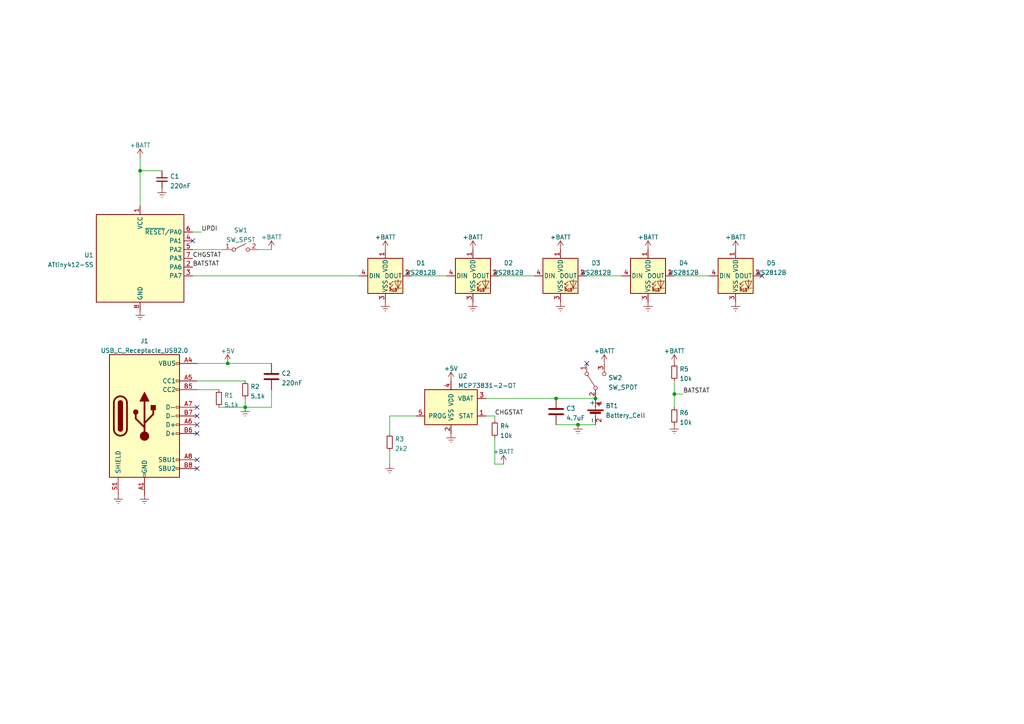
<source format=kicad_sch>
(kicad_sch (version 20211123) (generator eeschema)
  (paper "A4")
  (lib_symbols
    (symbol "Battery_Management:MCP73831-2-OT" (pin_names (offset 1.016))
      (property "Reference" "U" (at -7.62 6.35 0))
      (property "Value" "MCP73831-2-OT" (at 1.27 6.35 0))
      (symbol "MCP73831-2-OT_0_1"
        (rectangle (start -7.62 5.08) (end 7.62 -5.08) (stroke (width 0.254)) (fill (type background)))
      )
      (symbol "MCP73831-2-OT_1_1"
        (pin output line (at 10.16 -2.54 180) (length 2.54) (name "STAT") (number "1"))
        (pin power_in line (at 0 -7.62 90) (length 2.54) (name "VSS") (number "2"))
        (pin power_out line (at 10.16 2.54 180) (length 2.54) (name "VBAT") (number "3"))
        (pin power_in line (at 0 7.62 270) (length 2.54) (name "VDD") (number "4"))
        (pin input line (at -10.16 -2.54 0) (length 2.54) (name "PROG") (number "5"))
      )
    )
    (symbol "Connector:USB_C_Receptacle_USB2.0" (pin_names (offset 1.016))
      (property "Reference" "J" (at -10.16 19.05 0))
      (property "Value" "USB_C_Receptacle_USB2.0" (at 19.05 19.05 0))
      (symbol "USB_C_Receptacle_USB2.0_0_0"
        (rectangle (start -0.254 -17.78) (end 0.254 -16.764))
        (rectangle (start 10.16 -14.986) (end 9.144 -15.494))
        (rectangle (start 10.16 -12.446) (end 9.144 -12.954))
        (rectangle (start 10.16 -4.826) (end 9.144 -5.334))
        (rectangle (start 10.16 -2.286) (end 9.144 -2.794))
        (rectangle (start 10.16 0.254) (end 9.144 -0.254))
        (rectangle (start 10.16 2.794) (end 9.144 2.286))
        (rectangle (start 10.16 7.874) (end 9.144 7.366))
        (rectangle (start 10.16 10.414) (end 9.144 9.906))
        (rectangle (start 10.16 15.494) (end 9.144 14.986))
      )
      (symbol "USB_C_Receptacle_USB2.0_0_1"
        (rectangle (start -10.16 17.78) (end 10.16 -17.78) (stroke (width 0.254)) (fill (type background)))
        (arc (start -8.89 -3.81) (mid -6.985 -5.715) (end -5.08 -3.81) (stroke (width 0.508)))
        (arc (start -7.62 -3.81) (mid -6.985 -4.445) (end -6.35 -3.81) (stroke (width 0.254)))
        (arc (start -7.62 -3.81) (mid -6.985 -4.445) (end -6.35 -3.81) (stroke (width 0.254)) (fill (type outline)))
        (rectangle (start -7.62 -3.81) (end -6.35 3.81) (stroke (width 0.254)) (fill (type outline)))
        (arc (start -6.35 3.81) (mid -6.985 4.445) (end -7.62 3.81) (stroke (width 0.254)))
        (arc (start -6.35 3.81) (mid -6.985 4.445) (end -7.62 3.81) (stroke (width 0.254)) (fill (type outline)))
        (arc (start -5.08 3.81) (mid -6.985 5.715) (end -8.89 3.81) (stroke (width 0.508)))
        (circle (center -2.54 1.143) (radius 0.635) (stroke (width 0.254)) (fill (type outline)))
        (circle (center 0 -5.842) (radius 1.27) (fill (type outline)))
        (polyline (pts (xy -8.89 -3.81) (xy -8.89 3.81)) (stroke (width 0.508)))
        (polyline (pts (xy -5.08 3.81) (xy -5.08 -3.81)) (stroke (width 0.508)))
        (polyline (pts (xy 0 -5.842) (xy 0 4.318)) (stroke (width 0.508)))
        (polyline (pts (xy 0 -3.302) (xy -2.54 -0.762) (xy -2.54 0.508)) (stroke (width 0.508)))
        (polyline (pts (xy 0 -2.032) (xy 2.54 0.508) (xy 2.54 1.778)) (stroke (width 0.508)))
        (polyline (pts (xy -1.27 4.318) (xy 0 6.858) (xy 1.27 4.318) (xy -1.27 4.318)) (stroke (width 0.254)) (fill (type outline)))
        (rectangle (start 1.905 1.778) (end 3.175 3.048) (stroke (width 0.254)) (fill (type outline)))
      )
      (symbol "USB_C_Receptacle_USB2.0_1_1"
        (pin passive line (at 0 -22.86 90) (length 5.08) (name "GND") (number "A1"))
        (pin passive line (at 0 -22.86 90) (length 5.08) hide (name "GND") (number "A12"))
        (pin passive line (at 15.24 15.24 180) (length 5.08) (name "VBUS") (number "A4"))
        (pin bidirectional line (at 15.24 10.16 180) (length 5.08) (name "CC1") (number "A5"))
        (pin bidirectional line (at 15.24 -2.54 180) (length 5.08) (name "D+") (number "A6"))
        (pin bidirectional line (at 15.24 2.54 180) (length 5.08) (name "D-") (number "A7"))
        (pin bidirectional line (at 15.24 -12.7 180) (length 5.08) (name "SBU1") (number "A8"))
        (pin passive line (at 15.24 15.24 180) (length 5.08) hide (name "VBUS") (number "A9"))
        (pin passive line (at 0 -22.86 90) (length 5.08) hide (name "GND") (number "B1"))
        (pin passive line (at 0 -22.86 90) (length 5.08) hide (name "GND") (number "B12"))
        (pin passive line (at 15.24 15.24 180) (length 5.08) hide (name "VBUS") (number "B4"))
        (pin bidirectional line (at 15.24 7.62 180) (length 5.08) (name "CC2") (number "B5"))
        (pin bidirectional line (at 15.24 -5.08 180) (length 5.08) (name "D+") (number "B6"))
        (pin bidirectional line (at 15.24 0 180) (length 5.08) (name "D-") (number "B7"))
        (pin bidirectional line (at 15.24 -15.24 180) (length 5.08) (name "SBU2") (number "B8"))
        (pin passive line (at 15.24 15.24 180) (length 5.08) hide (name "VBUS") (number "B9"))
        (pin passive line (at -7.62 -22.86 90) (length 5.08) (name "SHIELD") (number "S1"))
      )
    )
    (symbol "Device:Battery_Cell" (pin_names (offset 0))
      (property "Reference" "BT" (at 2.54 2.54 0))
      (property "Value" "Battery_Cell" (at 2.54 0 0))
      (symbol "Battery_Cell_0_1"
        (rectangle (start -2.286 1.778) (end 2.286 1.524) (fill (type outline)))
        (rectangle (start -1.5748 1.1938) (end 1.4732 0.6858) (fill (type outline)))
        (polyline (pts (xy 0 0.762) (xy 0 0)))
        (polyline (pts (xy 0 1.778) (xy 0 2.54)))
        (polyline (pts (xy 0.508 3.429) (xy 1.524 3.429)) (stroke (width 0.254)))
        (polyline (pts (xy 1.016 3.937) (xy 1.016 2.921)) (stroke (width 0.254)))
      )
      (symbol "Battery_Cell_1_1"
        (pin passive line (at 0 5.08 270) (length 2.54) (name "+") (number "1"))
        (pin passive line (at 0 -2.54 90) (length 2.54) (name "-") (number "2"))
      )
    )
    (symbol "Device:C" (pin_numbers hide) (pin_names (offset 0.254))
      (property "Reference" "C" (at 0.635 2.54 0))
      (property "Value" "C" (at 0.635 -2.54 0))
      (symbol "C_0_1"
        (polyline (pts (xy -2.032 -0.762) (xy 2.032 -0.762)) (stroke (width 0.508)))
        (polyline (pts (xy -2.032 0.762) (xy 2.032 0.762)) (stroke (width 0.508)))
      )
      (symbol "C_1_1"
        (pin passive line (at 0 3.81 270) (length 2.794) (name "~") (number "1"))
        (pin passive line (at 0 -3.81 90) (length 2.794) (name "~") (number "2"))
      )
    )
    (symbol "Device:C_Small" (pin_numbers hide) (pin_names (offset 0.254) hide)
      (property "Reference" "C" (at 0.254 1.778 0))
      (property "Value" "C_Small" (at 0.254 -2.032 0))
      (symbol "C_Small_0_1"
        (polyline (pts (xy -1.524 -0.508) (xy 1.524 -0.508)) (stroke (width 0.3302)))
        (polyline (pts (xy -1.524 0.508) (xy 1.524 0.508)) (stroke (width 0.3048)))
      )
      (symbol "C_Small_1_1"
        (pin passive line (at 0 2.54 270) (length 2.032) (name "~") (number "1"))
        (pin passive line (at 0 -2.54 90) (length 2.032) (name "~") (number "2"))
      )
    )
    (symbol "Device:R_Small" (pin_numbers hide) (pin_names (offset 0.254) hide)
      (property "Reference" "R" (at 0.762 0.508 0))
      (property "Value" "R_Small" (at 0.762 -1.016 0))
      (symbol "R_Small_0_1"
        (rectangle (start -0.762 1.778) (end 0.762 -1.778) (stroke (width 0.2032)))
      )
      (symbol "R_Small_1_1"
        (pin passive line (at 0 2.54 270) (length 0.762) (name "~") (number "1"))
        (pin passive line (at 0 -2.54 90) (length 0.762) (name "~") (number "2"))
      )
    )
    (symbol "LED:WS2812B" (pin_names (offset 0.254))
      (property "Reference" "D" (at 5.08 5.715 0))
      (property "Value" "WS2812B" (at 1.27 -5.715 0))
      (symbol "WS2812B_0_0"
        (text "RGB" (at 2.286 -4.191 0) (effects (font (size 0.762 0.762))))
      )
      (symbol "WS2812B_0_1"
        (polyline (pts (xy 1.27 -3.556) (xy 1.778 -3.556)))
        (polyline (pts (xy 1.27 -2.54) (xy 1.778 -2.54)))
        (polyline (pts (xy 4.699 -3.556) (xy 2.667 -3.556)))
        (polyline (pts (xy 2.286 -2.54) (xy 1.27 -3.556) (xy 1.27 -3.048)))
        (polyline (pts (xy 2.286 -1.524) (xy 1.27 -2.54) (xy 1.27 -2.032)))
        (polyline (pts (xy 3.683 -1.016) (xy 3.683 -3.556) (xy 3.683 -4.064)))
        (polyline (pts (xy 4.699 -1.524) (xy 2.667 -1.524) (xy 3.683 -3.556) (xy 4.699 -1.524)))
        (rectangle (start 5.08 5.08) (end -5.08 -5.08) (stroke (width 0.254)) (fill (type background)))
      )
      (symbol "WS2812B_1_1"
        (pin power_in line (at 0 7.62 270) (length 2.54) (name "VDD") (number "1"))
        (pin output line (at 7.62 0 180) (length 2.54) (name "DOUT") (number "2"))
        (pin power_in line (at 0 -7.62 90) (length 2.54) (name "VSS") (number "3"))
        (pin input line (at -7.62 0 0) (length 2.54) (name "DIN") (number "4"))
      )
    )
    (symbol "MCU_Microchip_ATtiny:ATtiny412-SS"
      (property "Reference" "U" (at -12.7 13.97 0))
      (property "Value" "ATtiny412-SS" (at 2.54 -13.97 0))
      (symbol "ATtiny412-SS_0_1"
        (rectangle (start -12.7 -12.7) (end 12.7 12.7) (stroke (width 0.254)) (fill (type background)))
      )
      (symbol "ATtiny412-SS_1_1"
        (pin power_in line (at 0 15.24 270) (length 2.54) (name "VCC") (number "1"))
        (pin bidirectional line (at 15.24 -2.54 180) (length 2.54) (name "PA6") (number "2"))
        (pin bidirectional line (at 15.24 -5.08 180) (length 2.54) (name "PA7") (number "3"))
        (pin bidirectional line (at 15.24 5.08 180) (length 2.54) (name "PA1") (number "4"))
        (pin bidirectional line (at 15.24 2.54 180) (length 2.54) (name "PA2") (number "5"))
        (pin bidirectional line (at 15.24 7.62 180) (length 2.54) (name "~{RESET}/PA0") (number "6"))
        (pin bidirectional line (at 15.24 0 180) (length 2.54) (name "PA3") (number "7"))
        (pin power_in line (at 0 -15.24 90) (length 2.54) (name "GND") (number "8"))
      )
    )
    (symbol "Switch:SW_SPDT" (pin_names (offset 0) hide)
      (property "Reference" "SW" (at 0 4.318 0))
      (property "Value" "SW_SPDT" (at 0 -5.08 0))
      (symbol "SW_SPDT_0_0"
        (circle (center -2.032 0) (radius 0.508))
        (circle (center 2.032 -2.54) (radius 0.508))
      )
      (symbol "SW_SPDT_0_1"
        (polyline (pts (xy -1.524 0.254) (xy 1.651 2.286)))
        (circle (center 2.032 2.54) (radius 0.508))
      )
      (symbol "SW_SPDT_1_1"
        (pin passive line (at 5.08 2.54 180) (length 2.54) (name "A") (number "1"))
        (pin passive line (at -5.08 0 0) (length 2.54) (name "B") (number "2"))
        (pin passive line (at 5.08 -2.54 180) (length 2.54) (name "C") (number "3"))
      )
    )
    (symbol "Switch:SW_SPST" (pin_names (offset 0) hide)
      (property "Reference" "SW" (at 0 3.175 0))
      (property "Value" "SW_SPST" (at 0 -2.54 0))
      (symbol "SW_SPST_0_0"
        (circle (center -2.032 0) (radius 0.508))
        (polyline (pts (xy -1.524 0.254) (xy 1.524 1.778)))
        (circle (center 2.032 0) (radius 0.508))
      )
      (symbol "SW_SPST_1_1"
        (pin passive line (at -5.08 0 0) (length 2.54) (name "A") (number "1"))
        (pin passive line (at 5.08 0 180) (length 2.54) (name "B") (number "2"))
      )
    )
    (symbol "power:+5V" (power) (pin_names (offset 0))
      (property "Value" "+5V" (at 0 3.556 0))
      (symbol "+5V_0_1"
        (polyline (pts (xy -0.762 1.27) (xy 0 2.54)))
        (polyline (pts (xy 0 0) (xy 0 2.54)))
        (polyline (pts (xy 0 2.54) (xy 0.762 1.27)))
      )
      (symbol "+5V_1_1"
        (pin power_in line (at 0 0 90) (length 0) hide (name "+5V") (number "1"))
      )
    )
    (symbol "power:+BATT" (power) (pin_names (offset 0))
      (property "Value" "+BATT" (at 0 3.556 0))
      (symbol "+BATT_0_1"
        (polyline (pts (xy -0.762 1.27) (xy 0 2.54)))
        (polyline (pts (xy 0 0) (xy 0 2.54)))
        (polyline (pts (xy 0 2.54) (xy 0.762 1.27)))
      )
      (symbol "+BATT_1_1"
        (pin power_in line (at 0 0 90) (length 0) hide (name "+BATT") (number "1"))
      )
    )
    (symbol "power:Earth" (power) (pin_names (offset 0))
      (symbol "Earth_0_1"
        (polyline (pts (xy -0.635 -1.905) (xy 0.635 -1.905)))
        (polyline (pts (xy -0.127 -2.54) (xy 0.127 -2.54)))
        (polyline (pts (xy 0 -1.27) (xy 0 0)))
        (polyline (pts (xy 1.27 -1.27) (xy -1.27 -1.27)))
      )
      (symbol "Earth_1_1"
        (pin power_in line (at 0 0 270) (length 0) hide (name "Earth") (number "1"))
      )
    )
  )
  (junction (at 40.64 49.53))
  (junction (at 161.29 115.57))
  (junction (at 71.12 118.11))
  (junction (at 172.72 115.57))
  (junction (at 195.58 114.3))
  (junction (at 66.04 105.41))
  (junction (at 167.64 123.19))
  (no_connect (at 220.98 80.01))
  (no_connect (at 55.88 69.85))
  (no_connect (at 57.15 135.89))
  (no_connect (at 57.15 133.35))
  (no_connect (at 170.18 105.41))
  (no_connect (at 57.15 123.19))
  (no_connect (at 57.15 125.73))
  (no_connect (at 57.15 120.65))
  (no_connect (at 57.15 118.11))
  (wire (pts (xy 78.74 113.03) (xy 78.74 118.11)))
  (wire (pts (xy 55.88 67.31) (xy 58.42 67.31)))
  (wire (pts (xy 57.15 113.03) (xy 63.5 113.03)))
  (wire (pts (xy 40.64 49.53) (xy 46.99 49.53)))
  (wire (pts (xy 167.64 123.19) (xy 172.72 123.19)))
  (wire (pts (xy 113.03 120.65) (xy 120.65 120.65)))
  (wire (pts (xy 146.05 134.62) (xy 143.51 134.62)))
  (wire (pts (xy 143.51 134.62) (xy 143.51 127)))
  (wire (pts (xy 119.38 80.01) (xy 129.54 80.01)))
  (wire (pts (xy 113.03 130.81) (xy 113.03 134.62)))
  (wire (pts (xy 161.29 115.57) (xy 172.72 115.57)))
  (wire (pts (xy 71.12 118.11) (xy 71.12 115.57)))
  (wire (pts (xy 161.29 123.19) (xy 167.64 123.19)))
  (wire (pts (xy 78.74 118.11) (xy 71.12 118.11)))
  (wire (pts (xy 144.78 80.01) (xy 154.94 80.01)))
  (wire (pts (xy 170.18 80.01) (xy 180.34 80.01)))
  (wire (pts (xy 57.15 110.49) (xy 71.12 110.49)))
  (wire (pts (xy 66.04 105.41) (xy 57.15 105.41)))
  (wire (pts (xy 140.97 115.57) (xy 161.29 115.57)))
  (wire (pts (xy 113.03 125.73) (xy 113.03 120.65)))
  (wire (pts (xy 195.58 80.01) (xy 205.74 80.01)))
  (wire (pts (xy 55.88 80.01) (xy 104.14 80.01)))
  (wire (pts (xy 195.58 114.3) (xy 195.58 118.11)))
  (wire (pts (xy 66.04 105.41) (xy 78.74 105.41)))
  (wire (pts (xy 195.58 110.49) (xy 195.58 114.3)))
  (wire (pts (xy 74.93 72.39) (xy 78.74 72.39)))
  (wire (pts (xy 55.88 72.39) (xy 64.77 72.39)))
  (wire (pts (xy 63.5 118.11) (xy 71.12 118.11)))
  (wire (pts (xy 40.64 45.72) (xy 40.64 49.53)))
  (wire (pts (xy 143.51 120.65) (xy 143.51 121.92)))
  (wire (pts (xy 195.58 114.3) (xy 198.12 114.3)))
  (wire (pts (xy 40.64 49.53) (xy 40.64 59.69)))
  (wire (pts (xy 140.97 120.65) (xy 143.51 120.65)))
  (label "BATSTAT" (at 55.88 77.47 0))
  (label "UPDI" (at 58.42 67.31 0))
  (label "CHGSTAT" (at 55.88 74.93 0))
  (label "BATSTAT" (at 198.12 114.3 0))
  (label "CHGSTAT" (at 143.51 120.65 0))
  (symbol (lib_id "power:Earth") (at 137.16 87.63 0) (unit 1)
    (property "Reference" "#PWR0116" (effects hide))
    (property "Value" "Earth" (effects hide))
  )
  (symbol (lib_id "power:+BATT") (at 78.74 72.39 0) (unit 1)
    (property "Reference" "#PWR0113" (effects hide))
    (property "Value" "+BATT" (at 78.74 68.7855 0))
  )
  (symbol (lib_id "power:+5V") (at 130.81 110.49 0) (unit 1)
    (property "Reference" "#PWR0119" (effects hide))
    (property "Value" "+5V" (at 130.81 106.8855 0))
  )
  (symbol (lib_id "power:Earth") (at 162.56 87.63 0) (unit 1)
    (property "Reference" "#PWR0101" (effects hide))
    (property "Value" "Earth" (effects hide))
  )
  (symbol (lib_id "power:Earth") (at 40.64 90.17 0) (unit 1)
    (property "Reference" "#PWR0111" (effects hide))
    (property "Value" "Earth" (effects hide))
  )
  (symbol (lib_id "Device:Battery_Cell") (at 172.72 120.65 0) (unit 1)
    (property "Reference" "BT1" (at 175.641 117.7095 0) (effects (justify left)))
    (property "Value" "Battery_Cell" (at 175.641 120.4846 0) (effects (justify left)))
    (property "Footprint" "Adams:CB-18650-PC2" (effects hide))
  )
  (symbol (lib_id "power:+BATT") (at 137.16 72.39 0) (unit 1)
    (property "Reference" "#PWR0103" (effects hide))
    (property "Value" "+BATT" (at 137.16 68.7855 0))
  )
  (symbol (lib_id "LED:WS2812B") (at 137.16 80.01 0) (unit 1)
    (property "Reference" "D2" (at 147.4659 76.2848 0))
    (property "Value" "WS2812B" (at 147.4659 79.0599 0))
    (property "Footprint" "LED_SMD:LED_WS2812B_PLCC4_5.0x5.0mm_P3.2mm" (effects hide))
    (property "Datasheet" "https://cdn-shop.adafruit.com/datasheets/WS2812B.pdf" (effects hide))
  )
  (symbol (lib_id "Device:R_Small") (at 113.03 128.27 0) (unit 1)
    (property "Reference" "R3" (at 114.5286 127.3615 0) (effects (justify left)))
    (property "Value" "2k2" (at 114.5286 130.1366 0) (effects (justify left)))
    (property "Footprint" "Resistor_SMD:R_0603_1608Metric_Pad0.98x0.95mm_HandSolder" (effects hide))
  )
  (symbol (lib_id "power:+BATT") (at 175.26 105.41 0) (unit 1)
    (property "Reference" "#PWR0109" (effects hide))
    (property "Value" "+BATT" (at 175.26 101.8055 0))
  )
  (symbol (lib_id "power:+BATT") (at 187.96 72.39 0) (unit 1)
    (property "Reference" "#PWR0107" (effects hide))
    (property "Value" "+BATT" (at 187.96 68.7855 0))
  )
  (symbol (lib_id "power:Earth") (at 187.96 87.63 0) (unit 1)
    (property "Reference" "#PWR0108" (effects hide))
    (property "Value" "Earth" (effects hide))
  )
  (symbol (lib_id "Connector:USB_C_Receptacle_USB2.0") (at 41.91 120.65 0) (unit 1)
    (property "Reference" "J1" (at 41.91 98.9035 0))
    (property "Value" "USB_C_Receptacle_USB2.0" (at 41.91 101.6786 0))
    (property "Footprint" "Connector_USB:USB_C_Receptacle_HRO_TYPE-C-31-M-12" (effects hide))
    (property "Datasheet" "https://www.usb.org/sites/default/files/documents/usb_type-c.zip" (effects hide))
  )
  (symbol (lib_id "LED:WS2812B") (at 213.36 80.01 0) (unit 1)
    (property "Reference" "D5" (at 223.6659 76.2848 0))
    (property "Value" "WS2812B" (at 223.6659 79.0599 0))
    (property "Footprint" "LED_SMD:LED_WS2812B_PLCC4_5.0x5.0mm_P3.2mm" (effects hide))
    (property "Datasheet" "https://cdn-shop.adafruit.com/datasheets/WS2812B.pdf" (effects hide))
  )
  (symbol (lib_id "MCU_Microchip_ATtiny:ATtiny412-SS") (at 40.64 74.93 0) (unit 1)
    (property "Reference" "U1" (at 27.1781 74.0215 0) (effects (justify right)))
    (property "Value" "ATtiny412-SS" (at 27.1781 76.7966 0) (effects (justify right)))
    (property "Footprint" "Package_SO:SOIC-8_3.9x4.9mm_P1.27mm" (effects hide))
    (property "Datasheet" "http://ww1.microchip.com/downloads/en/DeviceDoc/40001911A.pdf" (effects hide))
  )
  (symbol (lib_id "power:+BATT") (at 111.76 72.39 0) (unit 1)
    (property "Reference" "#PWR0117" (effects hide))
    (property "Value" "+BATT" (at 111.76 68.7855 0))
  )
  (symbol (lib_id "power:Earth") (at 213.36 87.63 0) (unit 1)
    (property "Reference" "#PWR0105" (effects hide))
    (property "Value" "Earth" (effects hide))
  )
  (symbol (lib_id "power:Earth") (at 46.99 54.61 0) (unit 1)
    (property "Reference" "#PWR0112" (effects hide))
    (property "Value" "Earth" (effects hide))
  )
  (symbol (lib_id "LED:WS2812B") (at 111.76 80.01 0) (unit 1)
    (property "Reference" "D1" (at 122.0659 76.2848 0))
    (property "Value" "WS2812B" (at 122.0659 79.0599 0))
    (property "Footprint" "LED_SMD:LED_WS2812B_PLCC4_5.0x5.0mm_P3.2mm" (effects hide))
    (property "Datasheet" "https://cdn-shop.adafruit.com/datasheets/WS2812B.pdf" (effects hide))
  )
  (symbol (lib_id "power:Earth") (at 34.29 143.51 0) (unit 1)
    (property "Reference" "#PWR0125" (effects hide))
    (property "Value" "Earth" (effects hide))
  )
  (symbol (lib_id "Device:C") (at 161.29 119.38 0) (unit 1)
    (property "Reference" "C3" (at 164.211 118.4715 0) (effects (justify left)))
    (property "Value" "4.7uF" (at 164.211 121.2466 0) (effects (justify left)))
    (property "Footprint" "Capacitor_SMD:C_1206_3216Metric_Pad1.33x1.80mm_HandSolder" (effects hide))
  )
  (symbol (lib_id "Device:C") (at 78.74 109.22 0) (unit 1)
    (property "Reference" "C2" (at 81.661 108.3115 0) (effects (justify left)))
    (property "Value" "220nF" (at 81.661 111.0866 0) (effects (justify left)))
    (property "Footprint" "Capacitor_SMD:C_0603_1608Metric_Pad1.08x0.95mm_HandSolder" (effects hide))
  )
  (symbol (lib_id "power:+BATT") (at 213.36 72.39 0) (unit 1)
    (property "Reference" "#PWR0104" (effects hide))
    (property "Value" "+BATT" (at 213.36 68.7855 0))
  )
  (symbol (lib_id "Device:R_Small") (at 71.12 113.03 0) (unit 1)
    (property "Reference" "R2" (at 72.6186 112.1215 0) (effects (justify left)))
    (property "Value" "5.1k" (at 72.6186 114.8966 0) (effects (justify left)))
    (property "Footprint" "Resistor_SMD:R_0603_1608Metric_Pad0.98x0.95mm_HandSolder" (effects hide))
  )
  (symbol (lib_id "Device:R_Small") (at 195.58 120.65 0) (unit 1)
    (property "Reference" "R6" (at 197.0786 119.7415 0) (effects (justify left)))
    (property "Value" "10k" (at 197.0786 122.5166 0) (effects (justify left)))
    (property "Footprint" "Resistor_SMD:R_0603_1608Metric_Pad0.98x0.95mm_HandSolder" (effects hide))
  )
  (symbol (lib_id "power:Earth") (at 113.03 134.62 0) (unit 1)
    (property "Reference" "#PWR0120" (effects hide))
    (property "Value" "Earth" (effects hide))
  )
  (symbol (lib_id "Switch:SW_SPDT") (at 172.72 110.49 90) (unit 1)
    (property "Reference" "SW2" (at 176.403 109.5815 90) (effects (justify right)))
    (property "Value" "SW_SPDT" (at 176.403 112.3566 90) (effects (justify right)))
    (property "Footprint" "Button_Switch_SMD:SW_SPDT_CK-JS102011SAQN" (effects hide))
  )
  (symbol (lib_id "power:Earth") (at 41.91 143.51 0) (unit 1)
    (property "Reference" "#PWR0124" (effects hide))
    (property "Value" "Earth" (effects hide))
  )
  (symbol (lib_id "Device:R_Small") (at 143.51 124.46 0) (unit 1)
    (property "Reference" "R4" (at 145.0086 123.5515 0) (effects (justify left)))
    (property "Value" "10k" (at 145.0086 126.3266 0) (effects (justify left)))
    (property "Footprint" "Resistor_SMD:R_0603_1608Metric_Pad0.98x0.95mm_HandSolder" (effects hide))
  )
  (symbol (lib_id "power:Earth") (at 130.81 125.73 0) (unit 1)
    (property "Reference" "#PWR0118" (effects hide))
    (property "Value" "Earth" (effects hide))
  )
  (symbol (lib_id "Battery_Management:MCP73831-2-OT") (at 130.81 118.11 0) (unit 1)
    (property "Reference" "U2" (at 132.8294 109.0635 0) (effects (justify left)))
    (property "Value" "MCP73831-2-OT" (at 132.8294 111.8386 0) (effects (justify left)))
    (property "Footprint" "Package_TO_SOT_SMD:SOT-23-5" (effects hide))
    (property "Datasheet" "http://ww1.microchip.com/downloads/en/DeviceDoc/20001984g.pdf" (effects hide))
  )
  (symbol (lib_id "power:Earth") (at 195.58 123.19 0) (unit 1)
    (property "Reference" "#PWR0106" (effects hide))
    (property "Value" "Earth" (effects hide))
  )
  (symbol (lib_id "LED:WS2812B") (at 187.96 80.01 0) (unit 1)
    (property "Reference" "D4" (at 198.2659 76.2848 0))
    (property "Value" "WS2812B" (at 198.2659 79.0599 0))
    (property "Footprint" "LED_SMD:LED_WS2812B_PLCC4_5.0x5.0mm_P3.2mm" (effects hide))
    (property "Datasheet" "https://cdn-shop.adafruit.com/datasheets/WS2812B.pdf" (effects hide))
  )
  (symbol (lib_id "power:Earth") (at 167.64 123.19 0) (unit 1)
    (property "Reference" "#PWR0121" (effects hide))
    (property "Value" "Earth" (effects hide))
  )
  (symbol (lib_id "power:+BATT") (at 40.64 45.72 0) (unit 1)
    (property "Reference" "#PWR0114" (effects hide))
    (property "Value" "+BATT" (at 40.64 42.1155 0))
  )
  (symbol (lib_id "LED:WS2812B") (at 162.56 80.01 0) (unit 1)
    (property "Reference" "D3" (at 172.8659 76.2848 0))
    (property "Value" "WS2812B" (at 172.8659 79.0599 0))
    (property "Footprint" "LED_SMD:LED_WS2812B_PLCC4_5.0x5.0mm_P3.2mm" (effects hide))
    (property "Datasheet" "https://cdn-shop.adafruit.com/datasheets/WS2812B.pdf" (effects hide))
  )
  (symbol (lib_id "power:Earth") (at 71.12 118.11 0) (unit 1)
    (property "Reference" "#PWR0126" (effects hide))
    (property "Value" "Earth" (effects hide))
  )
  (symbol (lib_id "Device:R_Small") (at 195.58 107.95 0) (unit 1)
    (property "Reference" "R5" (at 197.0786 107.0415 0) (effects (justify left)))
    (property "Value" "10k" (at 197.0786 109.8166 0) (effects (justify left)))
    (property "Footprint" "Resistor_SMD:R_0603_1608Metric_Pad0.98x0.95mm_HandSolder" (effects hide))
  )
  (symbol (lib_id "Device:R_Small") (at 63.5 115.57 0) (unit 1)
    (property "Reference" "R1" (at 64.9986 114.6615 0) (effects (justify left)))
    (property "Value" "5.1k" (at 64.9986 117.4366 0) (effects (justify left)))
    (property "Footprint" "Resistor_SMD:R_0603_1608Metric_Pad0.98x0.95mm_HandSolder" (effects hide))
  )
  (symbol (lib_id "power:+5V") (at 66.04 105.41 0) (unit 1)
    (property "Reference" "#PWR0123" (effects hide))
    (property "Value" "+5V" (at 66.04 101.8055 0))
  )
  (symbol (lib_id "Device:C_Small") (at 46.99 52.07 0) (unit 1)
    (property "Reference" "C1" (at 49.3141 51.1678 0) (effects (justify left)))
    (property "Value" "220nF" (at 49.3141 53.9429 0) (effects (justify left)))
    (property "Footprint" "Capacitor_SMD:C_0603_1608Metric_Pad1.08x0.95mm_HandSolder" (effects hide))
  )
  (symbol (lib_id "power:+BATT") (at 146.05 134.62 0) (unit 1)
    (property "Reference" "#PWR0122" (effects hide))
    (property "Value" "+BATT" (at 146.05 131.0155 0))
  )
  (symbol (lib_id "power:Earth") (at 111.76 87.63 0) (unit 1)
    (property "Reference" "#PWR0115" (effects hide))
    (property "Value" "Earth" (effects hide))
  )
  (symbol (lib_id "power:+BATT") (at 162.56 72.39 0) (unit 1)
    (property "Reference" "#PWR0102" (effects hide))
    (property "Value" "+BATT" (at 162.56 68.7855 0))
  )
  (symbol (lib_id "power:+BATT") (at 195.58 105.41 0) (unit 1)
    (property "Reference" "#PWR0110" (effects hide))
    (property "Value" "+BATT" (at 195.58 101.8055 0))
  )
  (symbol (lib_id "Switch:SW_SPST") (at 69.85 72.39 0) (unit 1)
    (property "Reference" "SW1" (at 69.85 66.7725 0))
    (property "Value" "SW_SPST" (at 69.85 69.5476 0))
    (property "Footprint" "Button_Switch_SMD:SW_Push_1P1T_NO_6x6mm_H9.5mm" (effects hide))
  )
)
</source>
